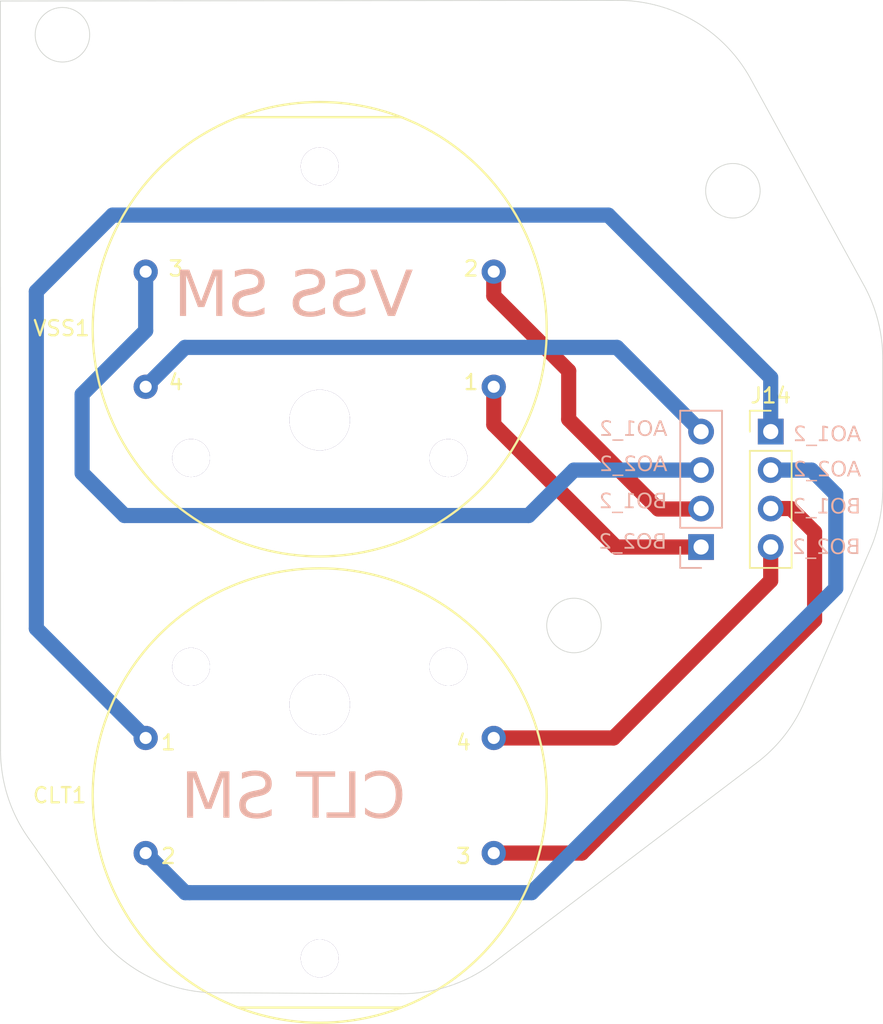
<source format=kicad_pcb>
(kicad_pcb (version 20241229) (generator "pcbnew") (generator_version "9.0")
  (layers (0 "F.Cu" signal) (2 "B.Cu" signal) (13 "F.Paste" user) (15 "B.Paste" user) (5 "F.SilkS" user "F.Silkscreen") (7 "B.SilkS" user "B.Silkscreen") (1 "F.Mask" user) (3 "B.Mask" user) (25 "Edge.Cuts" user))
  (net 0 "")
  (net 1 "AO1_1")
  (net 2 "BO2_1")
  (net 3 "BO1_1")
  (net 4 "AO2_1")
  (net 5 "OUT_3C")
  (net 6 "OUT_1C")
  (net 7 "OUT_4C")
  (net 8 "OUT_2C")
  (footprint "footprints:X27-168__V2" (layer "F.Cu") (at 448.05 51.865 180)
    (property "Reference" "VSS1" (at 17.059076 0.059686 0) (layer "F.SilkS"))
    (property "Value" "SM")
    (fp_line (start -5.4 14) (end 5.4 14) (stroke (width 0.15)) (layer "F.SilkS"))
    (fp_circle (center 0 0) (end 15 0) (stroke (width 0.15)) (fill no) (layer "F.SilkS"))
    (fp_circle (center 0 -6) (end 0.8 -6) (stroke (width 0.15)) (fill no) (layer "F.SilkS"))
    (fp_text user "4" (at 9.5 -3.5 0) (layer "F.SilkS"))
    (fp_text user "2" (at -10 4 0) (layer "F.SilkS"))
    (fp_text user "3" (at 9.5 4 0) (layer "F.SilkS"))
    (fp_text user "1" (at -10 -3.5 0) (layer "F.SilkS"))
    (pad "" thru_hole circle (at -8.5 -8.5 180) (size 2.5 2.5) (drill 2.5) (layers "*.Cu" "*.Mask"))
    (pad "" thru_hole circle (at 0 -6 180) (size 4 4) (drill 4) (layers "*.Cu" "*.Mask"))
    (pad "" thru_hole circle (at 0 10.75 180) (size 2.5 2.5) (drill 2.5) (layers "*.Cu" "*.Mask"))
    (pad "" thru_hole circle (at 8.5 -8.5 180) (size 2.5 2.5) (drill 2.5) (layers "*.Cu" "*.Mask"))
    (pad "1" thru_hole circle (at -11.5 -3.8 180) (size 1.6 1.6) (drill 0.8) (layers "*.Cu" "*.Mask") (net 1 "AO1_1"))
    (pad "2" thru_hole circle (at -11.5 3.8 180) (size 1.6 1.6) (drill 0.8) (layers "*.Cu" "*.Mask") (net 4 "AO2_1"))
    (pad "3" thru_hole circle (at 11.5 3.8 180) (size 1.6 1.6) (drill 0.8) (layers "*.Cu" "*.Mask") (net 3 "BO1_1"))
    (pad "4" thru_hole circle (at 11.5 -3.8 180) (size 1.6 1.6) (drill 0.8) (layers "*.Cu" "*.Mask") (net 2 "BO2_1"))
  )
  (footprint "Connector_PinHeader_2.54mm:PinHeader_1x04_P2.54mm_Vertical" (layer "F.Cu") (at 477.850142 58.625)
    (property "Reference" "J14" (at 0 -2.38 0) (layer "F.SilkS"))
    (property "Value" "CLT")
    (fp_line (start -1.38 -1.38) (end 0 -1.38) (stroke (width 0.12)) (layer "F.SilkS"))
    (fp_line (start -1.38 0) (end -1.38 -1.38) (stroke (width 0.12)) (layer "F.SilkS"))
    (fp_line (start -1.38 1.27) (end -1.38 9) (stroke (width 0.12)) (layer "F.SilkS"))
    (fp_line (start -1.38 1.27) (end 1.38 1.27) (stroke (width 0.12)) (layer "F.SilkS"))
    (fp_line (start -1.38 9) (end 1.38 9) (stroke (width 0.12)) (layer "F.SilkS"))
    (fp_line (start 1.38 1.27) (end 1.38 9) (stroke (width 0.12)) (layer "F.SilkS"))
    (pad "1" thru_hole rect (at 0 0) (size 1.7 1.7) (drill 1) (layers "*.Cu" "*.Mask") (net 6 "OUT_1C"))
    (pad "2" thru_hole circle (at 0 2.54) (size 1.7 1.7) (drill 1) (layers "*.Cu" "*.Mask") (net 8 "OUT_2C"))
    (pad "3" thru_hole circle (at 0 5.08) (size 1.7 1.7) (drill 1) (layers "*.Cu" "*.Mask") (net 7 "OUT_4C"))
    (pad "4" thru_hole circle (at 0 7.62) (size 1.7 1.7) (drill 1) (layers "*.Cu" "*.Mask") (net 5 "OUT_3C"))
  )
  (footprint "footprints:X27-168__V2" (layer "F.Cu") (at 448.05 82.65)
    (property "Reference" "CLT1" (at -17.184076 -0.009686 0) (layer "F.SilkS"))
    (property "Value" "SM")
    (fp_line (start -5.4 14) (end 5.4 14) (stroke (width 0.15)) (layer "F.SilkS"))
    (fp_circle (center 0 -6) (end 0.8 -6) (stroke (width 0.15)) (fill no) (layer "F.SilkS"))
    (fp_circle (center 0 0) (end 15 0) (stroke (width 0.15)) (fill no) (layer "F.SilkS"))
    (fp_text user "4" (at 9.5 -3.5 0) (layer "F.SilkS"))
    (fp_text user "1" (at -10 -3.5 0) (layer "F.SilkS"))
    (fp_text user "3" (at 9.5 4 0) (layer "F.SilkS"))
    (fp_text user "2" (at -10 4 0) (layer "F.SilkS"))
    (pad "" thru_hole circle (at -8.5 -8.5) (size 2.5 2.5) (drill 2.5) (layers "*.Cu" "*.Mask"))
    (pad "" thru_hole circle (at 0 -6) (size 4 4) (drill 4) (layers "*.Cu" "*.Mask"))
    (pad "" thru_hole circle (at 0 10.75) (size 2.5 2.5) (drill 2.5) (layers "*.Cu" "*.Mask"))
    (pad "" thru_hole circle (at 8.5 -8.5) (size 2.5 2.5) (drill 2.5) (layers "*.Cu" "*.Mask"))
    (pad "1" thru_hole circle (at -11.5 -3.8) (size 1.6 1.6) (drill 0.8) (layers "*.Cu" "*.Mask") (net 6 "OUT_1C"))
    (pad "2" thru_hole circle (at -11.5 3.8) (size 1.6 1.6) (drill 0.8) (layers "*.Cu" "*.Mask") (net 8 "OUT_2C"))
    (pad "3" thru_hole circle (at 11.5 3.8) (size 1.6 1.6) (drill 0.8) (layers "*.Cu" "*.Mask") (net 7 "OUT_4C"))
    (pad "4" thru_hole circle (at 11.5 -3.8) (size 1.6 1.6) (drill 0.8) (layers "*.Cu" "*.Mask") (net 5 "OUT_3C"))
  )
  (footprint "Connector_PinHeader_2.54mm:PinHeader_1x04_P2.54mm_Vertical" (layer "B.Cu") (at 473.25 66.245)
    (property "Reference" "J3" (hide yes))
    (property "Value" "VSS")
    (fp_line (start -1.38 -9) (end 1.38 -9) (stroke (width 0.12)) (layer "B.SilkS"))
    (fp_line (start -1.38 -1.27) (end -1.38 -9) (stroke (width 0.12)) (layer "B.SilkS"))
    (fp_line (start -1.38 -1.27) (end 1.38 -1.27) (stroke (width 0.12)) (layer "B.SilkS"))
    (fp_line (start -1.38 0) (end -1.38 1.38) (stroke (width 0.12)) (layer "B.SilkS"))
    (fp_line (start -1.38 1.38) (end 0 1.38) (stroke (width 0.12)) (layer "B.SilkS"))
    (fp_line (start 1.38 -1.27) (end 1.38 -9) (stroke (width 0.12)) (layer "B.SilkS"))
    (pad "1" thru_hole rect (at 0 0) (size 1.7 1.7) (drill 1) (layers "*.Cu" "*.Mask") (net 1 "AO1_1"))
    (pad "2" thru_hole circle (at 0 -2.54) (size 1.7 1.7) (drill 1) (layers "*.Cu" "*.Mask") (net 4 "AO2_1"))
    (pad "3" thru_hole circle (at 0 -5.08) (size 1.7 1.7) (drill 1) (layers "*.Cu" "*.Mask") (net 3 "BO1_1"))
    (pad "4" thru_hole circle (at 0 -7.62) (size 1.7 1.7) (drill 1) (layers "*.Cu" "*.Mask") (net 2 "BO2_1"))
  )
  (gr_arc (start 428.82064 85.479964) (mid 427.438159 82.722676) (end 426.961741 79.675231) (stroke (width 0.05)) (layer "Edge.Cuts"))
  (gr_line (start 476.526779 35.342332) (end 484.015011 48.976414) (stroke (width 0.05)) (layer "Edge.Cuts"))
  (gr_arc (start 441.194751 95.674688) (mid 436.642854 94.553932) (end 433.101872 91.481911) (stroke (width 0.05)) (layer "Edge.Cuts"))
  (gr_line (start 476.930761 80.488652) (end 459.51382 93.700828) (stroke (width 0.05)) (layer "Edge.Cuts"))
  (gr_arc (start 480.067321 76.486866) (mid 478.757629 78.690438) (end 476.930761 80.488652) (stroke (width 0.05)) (layer "Edge.Cuts"))
  (gr_arc (start 484.015011 48.976414) (mid 484.936333 51.305469) (end 485.25 53.790412) (stroke (width 0.05)) (layer "Edge.Cuts"))
  (gr_line (start 453.42193 95.73365) (end 441.194751 95.674688) (stroke (width 0.05)) (layer "Edge.Cuts"))
  (gr_line (start 485.25 53.790412) (end 485.25 62.420782) (stroke (width 0.05)) (layer "Edge.Cuts"))
  (gr_arc (start 467.751073 30.156336) (mid 472.849324 31.547206) (end 476.526779 35.342332) (stroke (width 0.05)) (layer "Edge.Cuts"))
  (gr_circle (center 464.85 71.425) (end 463.05 71.425) (stroke (width 0.05)) (fill no) (layer "Edge.Cuts"))
  (gr_arc (start 485.25 62.420782) (mid 485.042913 64.445346) (end 484.430228 66.386057) (stroke (width 0.05)) (layer "Edge.Cuts"))
  (gr_line (start 433.101872 91.481911) (end 428.82064 85.479964) (stroke (width 0.05)) (layer "Edge.Cuts"))
  (gr_line (start 426.961741 79.675231) (end 426.95 30.2) (stroke (width 0.05)) (layer "Edge.Cuts"))
  (gr_line (start 426.95 30.199973) (end 467.751073 30.156336) (stroke (width 0.05)) (layer "Edge.Cuts"))
  (gr_arc (start 459.51382 93.700828) (mid 456.635501 95.219575) (end 453.42193 95.73365) (stroke (width 0.05)) (layer "Edge.Cuts"))
  (gr_circle (center 431.05 32.425) (end 429.25 32.425) (stroke (width 0.05)) (fill no) (layer "Edge.Cuts"))
  (gr_line (start 484.430228 66.386057) (end 480.067321 76.486866) (stroke (width 0.05)) (layer "Edge.Cuts"))
  (gr_circle (center 475.35 42.725) (end 473.55 42.725) (stroke (width 0.05)) (fill no) (layer "Edge.Cuts"))
  (gr_text "VSS SM" (at 454.225 51.5 0) (layer "B.SilkS") (effects (font (size 3 3) (thickness 0.1)) (justify left bottom mirror)))
  (gr_text "BO1_2" (at 483.8 64.2 0) (layer "B.SilkS") (effects (font (size 1 1) (thickness 0.1)) (justify left bottom mirror)))
  (gr_text "AO1_2" (at 483.825 59.425 0) (layer "B.SilkS") (effects (font (size 1 1) (thickness 0.1)) (justify left bottom mirror)))
  (gr_text "AO1_2" (at 471.025 59.075 0) (layer "B.SilkS") (effects (font (size 1 1) (thickness 0.1)) (justify left bottom mirror)))
  (gr_text "CLT SM\n" (at 453.75 84.625 0) (layer "B.SilkS") (effects (font (size 3 3) (thickness 0.1)) (justify left bottom mirror)))
  (gr_text "AO2_2" (at 483.825 61.75 0) (layer "B.SilkS") (effects (font (size 1 1) (thickness 0.1)) (justify left bottom mirror)))
  (gr_text "BO1_2" (at 471 63.85 0) (layer "B.SilkS") (effects (font (size 1 1) (thickness 0.1)) (justify left bottom mirror)))
  (gr_text "BO2_2" (at 483.775 66.875 0) (layer "B.SilkS") (effects (font (size 1 1) (thickness 0.1)) (justify left bottom mirror)))
  (gr_text "BO2_2" (at 470.975 66.525 0) (layer "B.SilkS") (effects (font (size 1 1) (thickness 0.1)) (justify left bottom mirror)))
  (gr_text "AO2_2" (at 471.025 61.4 0) (layer "B.SilkS") (effects (font (size 1 1) (thickness 0.1)) (justify left bottom mirror)))
  (segment (start 459.55 58.164858) (end 459.55 55.665) (width 1) (layer "F.Cu") (net 1))
  (segment (start 473.25 66.245) (end 467.630142 66.245) (width 1) (layer "F.Cu") (net 1))
  (segment (start 467.630142 66.245) (end 459.55 58.164858) (width 1) (layer "F.Cu") (net 1))
  (segment (start 473.25 58.625) (end 467.69 53.065) (width 1) (layer "B.Cu") (net 2))
  (segment (start 439.15 53.065) (end 436.55 55.665) (width 1) (layer "B.Cu") (net 2))
  (segment (start 467.69 53.065) (end 439.15 53.065) (width 1) (layer "B.Cu") (net 2))
  (segment (start 464.850142 61.165) (end 461.850142 64.165) (width 1) (layer "B.Cu") (net 3))
  (segment (start 473.25 61.165) (end 464.850142 61.165) (width 1) (layer "B.Cu") (net 3))
  (segment (start 435.150142 64.165) (end 432.350142 61.365) (width 1) (layer "B.Cu") (net 3))
  (segment (start 432.350142 56.165) (end 436.55 51.965142) (width 1) (layer "B.Cu") (net 3))
  (segment (start 461.850142 64.165) (end 435.150142 64.165) (width 1) (layer "B.Cu") (net 3))
  (segment (start 436.55 51.965142) (end 436.55 48.065) (width 1) (layer "B.Cu") (net 3))
  (segment (start 432.350142 61.365) (end 432.350142 56.165) (width 1) (layer "B.Cu") (net 3))
  (segment (start 473.250142 63.735) (end 470.420142 63.735) (width 1) (layer "F.Cu") (net 4))
  (segment (start 464.500142 57.815) (end 464.500142 54.615) (width 1) (layer "F.Cu") (net 4))
  (segment (start 464.500142 54.615) (end 459.55 49.664858) (width 1) (layer "F.Cu") (net 4))
  (segment (start 459.55 49.664858) (end 459.55 48.065) (width 1) (layer "F.Cu") (net 4))
  (segment (start 470.420142 63.735) (end 464.500142 57.815) (width 1) (layer "F.Cu") (net 4))
  (segment (start 477.85 66.245) (end 477.85 68.465142) (width 1) (layer "F.Cu") (net 5))
  (segment (start 477.85 68.465142) (end 467.632571 78.682571) (width 1) (layer "F.Cu") (net 5))
  (segment (start 467.465142 78.85) (end 459.55 78.85) (width 1) (layer "F.Cu") (net 5))
  (segment (start 467.632571 78.682571) (end 467.465142 78.85) (width 1) (layer "F.Cu") (net 5))
  (segment (start 467.115456 44.330314) (end 477.850142 55.065) (width 1) (layer "B.Cu") (net 6))
  (segment (start 429.325 71.625) (end 429.325 49.375) (width 1) (layer "B.Cu") (net 6))
  (segment (start 434.369686 44.330314) (end 467.115456 44.330314) (width 1) (layer "B.Cu") (net 6))
  (segment (start 436.55 78.85) (end 429.325 71.625) (width 1) (layer "B.Cu") (net 6))
  (segment (start 429.325 49.375) (end 434.369686 44.330314) (width 1) (layer "B.Cu") (net 6))
  (segment (start 477.850142 55.065) (end 477.850142 58.625) (width 1) (layer "B.Cu") (net 6))
  (segment (start 480.750142 65.265) (end 479.190142 63.705) (width 1) (layer "F.Cu") (net 7))
  (segment (start 465.365142 86.45) (end 459.55 86.45) (width 1) (layer "F.Cu") (net 7))
  (segment (start 479.190142 63.705) (end 477.850142 63.705) (width 1) (layer "F.Cu") (net 7))
  (segment (start 466.170071 85.645071) (end 465.365142 86.45) (width 1) (layer "F.Cu") (net 7))
  (segment (start 480.750142 71.065) (end 480.750142 65.265) (width 1) (layer "F.Cu") (net 7))
  (segment (start 466.170071 85.645071) (end 480.750142 71.065) (width 1) (layer "F.Cu") (net 7))
  (segment (start 482.150142 62.765) (end 480.550142 61.165) (width 1) (layer "B.Cu") (net 8))
  (segment (start 462.050142 89.065) (end 482.150142 68.965) (width 1) (layer "B.Cu") (net 8))
  (segment (start 439.45 89.065) (end 439.165 89.065) (width 1) (layer "B.Cu") (net 8))
  (segment (start 482.150142 68.965) (end 482.150142 62.765) (width 1) (layer "B.Cu") (net 8))
  (segment (start 480.550142 61.165) (end 477.850142 61.165) (width 1) (layer "B.Cu") (net 8))
  (segment (start 439.45 89.065) (end 462.050142 89.065) (width 1) (layer "B.Cu") (net 8))
  (segment (start 439.165 89.065) (end 436.55 86.45) (width 1) (layer "B.Cu") (net 8))
)
</source>
